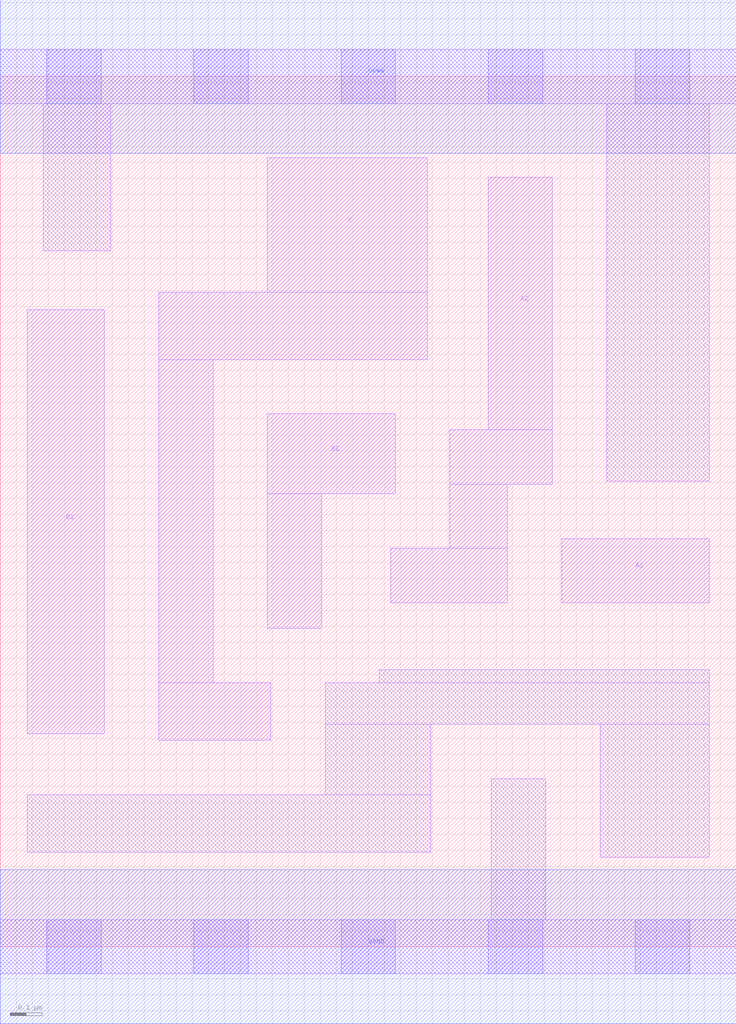
<source format=lef>
# Copyright 2020 The SkyWater PDK Authors
#
# Licensed under the Apache License, Version 2.0 (the "License");
# you may not use this file except in compliance with the License.
# You may obtain a copy of the License at
#
#     https://www.apache.org/licenses/LICENSE-2.0
#
# Unless required by applicable law or agreed to in writing, software
# distributed under the License is distributed on an "AS IS" BASIS,
# WITHOUT WARRANTIES OR CONDITIONS OF ANY KIND, either express or implied.
# See the License for the specific language governing permissions and
# limitations under the License.
#
# SPDX-License-Identifier: Apache-2.0

VERSION 5.7 ;
  NAMESCASESENSITIVE ON ;
  NOWIREEXTENSIONATPIN ON ;
  DIVIDERCHAR "/" ;
  BUSBITCHARS "[]" ;
UNITS
  DATABASE MICRONS 200 ;
END UNITS
MACRO sky130_fd_sc_hd__o22ai_1
  CLASS CORE ;
  FOREIGN sky130_fd_sc_hd__o22ai_1 ;
  ORIGIN  0.000000  0.000000 ;
  SIZE  2.300000 BY  2.720000 ;
  SYMMETRY X Y R90 ;
  SITE unithd ;
  PIN A1
    ANTENNAGATEAREA  0.247500 ;
    DIRECTION INPUT ;
    USE SIGNAL ;
    PORT
      LAYER li1 ;
        RECT 1.755000 1.075000 2.215000 1.275000 ;
    END
  END A1
  PIN A2
    ANTENNAGATEAREA  0.247500 ;
    DIRECTION INPUT ;
    USE SIGNAL ;
    PORT
      LAYER li1 ;
        RECT 1.220000 1.075000 1.585000 1.245000 ;
        RECT 1.405000 1.245000 1.585000 1.445000 ;
        RECT 1.405000 1.445000 1.725000 1.615000 ;
        RECT 1.525000 1.615000 1.725000 2.405000 ;
    END
  END A2
  PIN B1
    ANTENNAGATEAREA  0.247500 ;
    DIRECTION INPUT ;
    USE SIGNAL ;
    PORT
      LAYER li1 ;
        RECT 0.085000 0.665000 0.325000 1.990000 ;
    END
  END B1
  PIN B2
    ANTENNAGATEAREA  0.247500 ;
    DIRECTION INPUT ;
    USE SIGNAL ;
    PORT
      LAYER li1 ;
        RECT 0.835000 0.995000 1.005000 1.415000 ;
        RECT 0.835000 1.415000 1.235000 1.665000 ;
    END
  END B2
  PIN Y
    ANTENNADIFFAREA  0.650250 ;
    DIRECTION OUTPUT ;
    USE SIGNAL ;
    PORT
      LAYER li1 ;
        RECT 0.495000 0.645000 0.845000 0.825000 ;
        RECT 0.495000 0.825000 0.665000 1.835000 ;
        RECT 0.495000 1.835000 1.335000 2.045000 ;
        RECT 0.835000 2.045000 1.335000 2.465000 ;
    END
  END Y
  PIN VGND
    DIRECTION INOUT ;
    SHAPE ABUTMENT ;
    USE GROUND ;
    PORT
      LAYER met1 ;
        RECT 0.000000 -0.240000 2.300000 0.240000 ;
    END
  END VGND
  PIN VPWR
    DIRECTION INOUT ;
    SHAPE ABUTMENT ;
    USE POWER ;
    PORT
      LAYER met1 ;
        RECT 0.000000 2.480000 2.300000 2.960000 ;
    END
  END VPWR
  OBS
    LAYER li1 ;
      RECT 0.000000 -0.085000 2.300000 0.085000 ;
      RECT 0.000000  2.635000 2.300000 2.805000 ;
      RECT 0.085000  0.295000 1.345000 0.475000 ;
      RECT 0.135000  2.175000 0.345000 2.635000 ;
      RECT 1.015000  0.475000 1.345000 0.695000 ;
      RECT 1.015000  0.695000 2.215000 0.825000 ;
      RECT 1.185000  0.825000 2.215000 0.865000 ;
      RECT 1.535000  0.085000 1.705000 0.525000 ;
      RECT 1.875000  0.280000 2.215000 0.695000 ;
      RECT 1.895000  1.455000 2.215000 2.635000 ;
    LAYER mcon ;
      RECT 0.145000 -0.085000 0.315000 0.085000 ;
      RECT 0.145000  2.635000 0.315000 2.805000 ;
      RECT 0.605000 -0.085000 0.775000 0.085000 ;
      RECT 0.605000  2.635000 0.775000 2.805000 ;
      RECT 1.065000 -0.085000 1.235000 0.085000 ;
      RECT 1.065000  2.635000 1.235000 2.805000 ;
      RECT 1.525000 -0.085000 1.695000 0.085000 ;
      RECT 1.525000  2.635000 1.695000 2.805000 ;
      RECT 1.985000 -0.085000 2.155000 0.085000 ;
      RECT 1.985000  2.635000 2.155000 2.805000 ;
  END
END sky130_fd_sc_hd__o22ai_1
END LIBRARY

</source>
